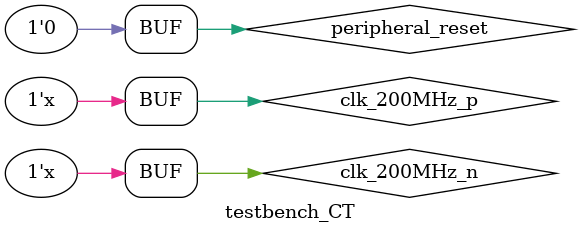
<source format=sv>
`timescale 1ns / 1ps

module testbench_CT;
 
    wire channel_up_M0;
    wire channel_up_M1;
    wire channel_up_M2;
    wire channel_up_M3;
    
    wire channel_up_S1;
    wire channel_up_S2;
    wire channel_up_S3;
    
    reg clk_200MHz_n;
    reg clk_200MHz_p;
    
    reg peripheral_reset;
     
    wire rxn_0;
    wire rxn_1;
    wire rxn_2;
    wire rxn_3;
    
    wire rxp_0;
    wire rxp_1;
    wire rxp_2;
    wire rxp_3;
    
    wire txn_0;
    wire txn_1;
    wire txn_2;
    wire txn_3;
    
    wire txp_0;
    wire txp_1;
    wire txp_2;
    wire txp_3;
   


    Master_FPGA1_wrapper Master (
    .channel_up_0(channel_up_M0),
    .channel_up_1(channel_up_M1),
    .channel_up_2(channel_up_M2),
    .channel_up_3(channel_up_M3),
    .clk_200MHz_n(clk_200MHz_n),
    .clk_200MHz_p(clk_200MHz_p),
    .peripheral_reset(peripheral_reset),
    .rxn_0(rxn_0),
    .rxn_1(rxn_1),
    .rxn_2(rxn_2),
    .rxn_3(rxn_3),
    .rxp_0(rxp_0),
    .rxp_1(rxp_1),
    .rxp_2(rxp_2),
    .rxp_3(rxp_3),
    .txn_0(txn_0),
    .txn_1(txn_1),
    .txn_2(txn_2),
    .txn_3(txn_3),
    .txp_0(txp_0),
    .txp_1(txp_1),
    .txp_2(txp_2),
    .txp_3(txp_3)
    );
    
    Slave_FPGA2_wrapper Slave_FPGA1(
    .channel_up_0(channel_up_S1),
    .clk_200MHz_n(clk_200MHz_n),
    .clk_200MHz_p(clk_200MHz_p),
    .peripheral_reset(peripheral_reset),
    .rxn_0(txn_0),
    .rxp_0(txp_0),
    .txn_0(rxn_0),
    .txp_0(rxp_0)
    );
    
    Slave_FPGA2_wrapper Slave_FPGA2(
    .channel_up_0(channel_up_S2),
    .clk_200MHz_n(clk_200MHz_n),
    .clk_200MHz_p(clk_200MHz_p),
    .peripheral_reset(peripheral_reset),
    .rxn_0(txn_1),
    .rxp_0(txp_1),
    .txn_0(rxn_1),
    .txp_0(rxp_1)
    );
    
    Slave_FPGA2_wrapper Slave_FPGA3(
    .channel_up_0(channel_up_S3),
    .clk_200MHz_n(clk_200MHz_n),
    .clk_200MHz_p(clk_200MHz_p),
    .peripheral_reset(peripheral_reset),
    .rxn_0(txn_2),
    .rxp_0(txp_2),
    .txn_0(rxn_2),
    .txp_0(rxp_2)
    );
    
    assign rxn_3 = txn_3;
    assign rxp_3 = txp_3;
    
    initial begin
        clk_200MHz_n = 0;
        clk_200MHz_p = 1;
        peripheral_reset = 1;        
        #16 peripheral_reset = 0;
        
    end
    
    always #2.5 clk_200MHz_n = ~clk_200MHz_n;
    always #2.5 clk_200MHz_p = ~clk_200MHz_p;
    
endmodule
</source>
